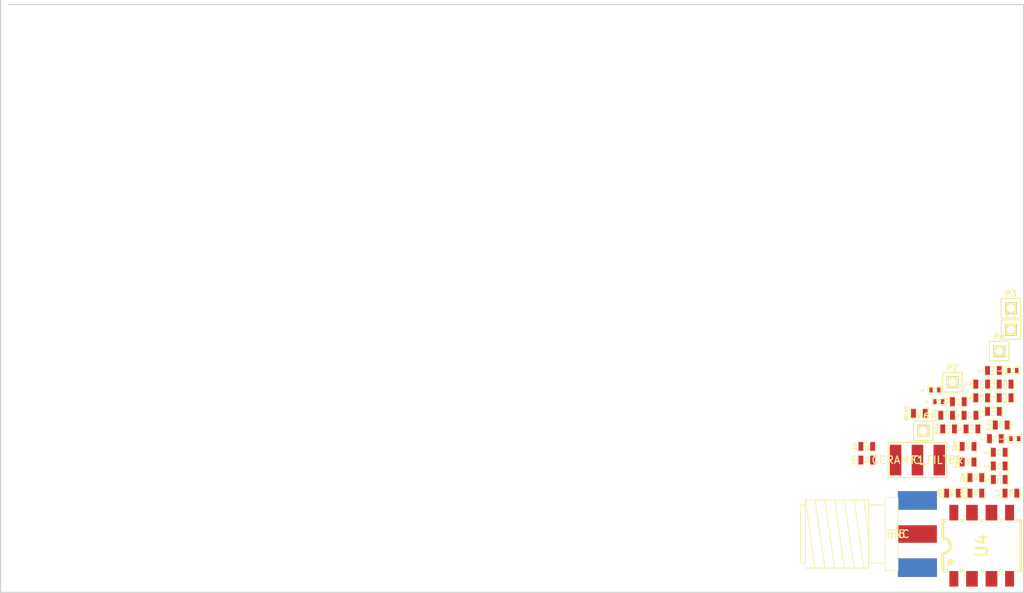
<source format=kicad_pcb>
(kicad_pcb (version 3) (host pcbnew "(2013-mar-25)-stable")

  (general
    (links 58)
    (no_connects 56)
    (area 141.732 91.694 275.336 169.164)
    (thickness 1.6)
    (drawings 4)
    (tracks 0)
    (zones 0)
    (modules 37)
    (nets 22)
  )

  (page A3)
  (layers
    (15 F.Cu signal)
    (0 B.Cu signal)
    (16 B.Adhes user)
    (17 F.Adhes user)
    (18 B.Paste user)
    (19 F.Paste user)
    (20 B.SilkS user)
    (21 F.SilkS user)
    (22 B.Mask user)
    (23 F.Mask user)
    (24 Dwgs.User user)
    (25 Cmts.User user)
    (26 Eco1.User user)
    (27 Eco2.User user)
    (28 Edge.Cuts user)
  )

  (setup
    (last_trace_width 0.254)
    (trace_clearance 0.254)
    (zone_clearance 0.508)
    (zone_45_only no)
    (trace_min 0.254)
    (segment_width 0.2)
    (edge_width 0.15)
    (via_size 0.889)
    (via_drill 0.635)
    (via_min_size 0.889)
    (via_min_drill 0.508)
    (uvia_size 0.508)
    (uvia_drill 0.127)
    (uvias_allowed no)
    (uvia_min_size 0.508)
    (uvia_min_drill 0.127)
    (pcb_text_width 0.3)
    (pcb_text_size 1 1)
    (mod_edge_width 0.15)
    (mod_text_size 1 1)
    (mod_text_width 0.15)
    (pad_size 1 1)
    (pad_drill 0.6)
    (pad_to_mask_clearance 0)
    (aux_axis_origin 0 0)
    (visible_elements FFFFF7BF)
    (pcbplotparams
      (layerselection 3178497)
      (usegerberextensions true)
      (excludeedgelayer true)
      (linewidth 152400)
      (plotframeref false)
      (viasonmask false)
      (mode 1)
      (useauxorigin false)
      (hpglpennumber 1)
      (hpglpenspeed 20)
      (hpglpendiameter 15)
      (hpglpenoverlay 2)
      (psnegative false)
      (psa4output false)
      (plotreference true)
      (plotvalue true)
      (plotothertext true)
      (plotinvisibletext false)
      (padsonsilk false)
      (subtractmaskfromsilk false)
      (outputformat 1)
      (mirror false)
      (drillshape 1)
      (scaleselection 1)
      (outputdirectory ""))
  )

  (net 0 "")
  (net 1 +5V)
  (net 2 -5V)
  (net 3 /GPOS)
  (net 4 /V+)
  (net 5 /V-)
  (net 6 /VNEG)
  (net 7 /VPOS)
  (net 8 /VPS)
  (net 9 GND)
  (net 10 N-000001)
  (net 11 N-0000010)
  (net 12 N-0000011)
  (net 13 N-0000013)
  (net 14 N-0000014)
  (net 15 N-0000015)
  (net 16 N-0000016)
  (net 17 N-0000020)
  (net 18 N-0000021)
  (net 19 N-000004)
  (net 20 N-000007)
  (net 21 N-000008)

  (net_class Default "This is the default net class."
    (clearance 0.254)
    (trace_width 0.254)
    (via_dia 0.889)
    (via_drill 0.635)
    (uvia_dia 0.508)
    (uvia_drill 0.127)
    (add_net "")
    (add_net +5V)
    (add_net -5V)
    (add_net /GPOS)
    (add_net /V+)
    (add_net /V-)
    (add_net /VNEG)
    (add_net /VPOS)
    (add_net /VPS)
    (add_net GND)
    (add_net N-000001)
    (add_net N-0000010)
    (add_net N-0000011)
    (add_net N-0000013)
    (add_net N-0000014)
    (add_net N-0000015)
    (add_net N-0000016)
    (add_net N-0000020)
    (add_net N-0000021)
    (add_net N-000004)
    (add_net N-000007)
    (add_net N-000008)
  )

  (module sma-edge-062   placed (layer F.Cu) (tedit 523E4E2D) (tstamp 5240EBDA)
    (at 258.826 161.544)
    (path /5212DB0C)
    (fp_text reference P5 (at 0 0) (layer F.SilkS)
      (effects (font (size 1 1) (thickness 0.15)))
    )
    (fp_text value BNC (at 0 0) (layer F.SilkS)
      (effects (font (size 1 1) (thickness 0.15)))
    )
    (fp_line (start -12.065 3.81) (end -12.065 -3.81) (layer F.SilkS) (width 0.1))
    (fp_line (start -3.81 -3.81) (end -3.81 3.81) (layer F.SilkS) (width 0.1))
    (fp_line (start -4.445 -4.445) (end -3.81 0.635) (layer F.SilkS) (width 0.1))
    (fp_line (start -3.81 3.81) (end -3.81 0.635) (layer F.SilkS) (width 0.1))
    (fp_line (start -5.715 -4.445) (end -4.445 4.445) (layer F.SilkS) (width 0.1))
    (fp_line (start -12.065 1.905) (end -12.065 3.81) (layer F.SilkS) (width 0.1))
    (fp_line (start -6.985 -4.445) (end -5.715 4.445) (layer F.SilkS) (width 0.1))
    (fp_line (start -8.255 -4.445) (end -6.985 4.445) (layer F.SilkS) (width 0.1))
    (fp_line (start -9.525 -4.445) (end -8.255 4.445) (layer F.SilkS) (width 0.1))
    (fp_line (start -10.795 -4.445) (end -9.525 4.445) (layer F.SilkS) (width 0.1))
    (fp_line (start -12.065 -4.445) (end -10.795 4.445) (layer F.SilkS) (width 0.1))
    (fp_line (start -1.905 -3.81) (end -3.81 -3.81) (layer F.SilkS) (width 0.1))
    (fp_line (start -3.81 -3.81) (end -3.81 -4.445) (layer F.SilkS) (width 0.1))
    (fp_line (start -3.81 -4.445) (end -12.065 -4.445) (layer F.SilkS) (width 0.1))
    (fp_line (start -12.065 -4.445) (end -12.065 -3.81) (layer F.SilkS) (width 0.1))
    (fp_line (start -12.065 -3.81) (end -12.7 -3.81) (layer F.SilkS) (width 0.1))
    (fp_line (start -12.7 -3.81) (end -12.7 3.81) (layer F.SilkS) (width 0.1))
    (fp_line (start -12.7 3.81) (end -12.065 3.81) (layer F.SilkS) (width 0.1))
    (fp_line (start -12.065 3.81) (end -12.065 4.445) (layer F.SilkS) (width 0.1))
    (fp_line (start -12.065 4.445) (end -3.81 4.445) (layer F.SilkS) (width 0.1))
    (fp_line (start -3.81 4.445) (end -3.81 3.81) (layer F.SilkS) (width 0.1))
    (fp_line (start -3.81 3.81) (end -1.905 3.81) (layer F.SilkS) (width 0.1))
    (fp_line (start -1.651 4.7625) (end 0 4.7625) (layer F.SilkS) (width 0.1))
    (fp_line (start -1.651 -4.7625) (end 0 -4.7625) (layer F.SilkS) (width 0.1))
    (fp_line (start -1.651 4.7625) (end -1.651 -4.7625) (layer F.SilkS) (width 0.1))
    (fp_line (start 0 -4.7625) (end 0 4.7625) (layer F.SilkS) (width 0.1))
    (pad 2 smd rect (at 2.54 4.3815) (size 5.08 2.413)
      (layers F.Cu F.Paste F.Mask)
      (net 9 GND)
    )
    (pad 2 smd rect (at 2.54 -4.3815) (size 5.08 2.413)
      (layers F.Cu F.Paste F.Mask)
      (net 9 GND)
    )
    (pad 1 smd rect (at 2.54 0) (size 5.08 2.286)
      (layers F.Cu F.Paste F.Mask)
      (net 19 N-000004)
    )
    (pad 2 smd rect (at 2.54 -4.3815) (size 5.08 2.413)
      (layers B.Cu F.Paste F.Mask)
      (net 9 GND)
    )
    (pad 2 smd rect (at 2.54 4.3815) (size 5.08 2.413)
      (layers B.Cu F.Paste F.Mask)
      (net 9 GND)
    )
  )

  (module SM0603_Resistor   placed (layer F.Cu) (tedit 5051B21B) (tstamp 5240EBE6)
    (at 265.938 156.21)
    (path /521421EA)
    (attr smd)
    (fp_text reference R2 (at 0.0635 -0.0635 90) (layer F.SilkS)
      (effects (font (size 0.50038 0.4572) (thickness 0.1143)))
    )
    (fp_text value 28k (at -1.69926 0 90) (layer F.SilkS)
      (effects (font (size 0.508 0.4572) (thickness 0.1143)))
    )
    (fp_line (start -0.50038 -0.6985) (end -1.2065 -0.6985) (layer F.SilkS) (width 0.127))
    (fp_line (start -1.2065 -0.6985) (end -1.2065 0.6985) (layer F.SilkS) (width 0.127))
    (fp_line (start -1.2065 0.6985) (end -0.50038 0.6985) (layer F.SilkS) (width 0.127))
    (fp_line (start 1.2065 -0.6985) (end 0.50038 -0.6985) (layer F.SilkS) (width 0.127))
    (fp_line (start 1.2065 -0.6985) (end 1.2065 0.6985) (layer F.SilkS) (width 0.127))
    (fp_line (start 1.2065 0.6985) (end 0.50038 0.6985) (layer F.SilkS) (width 0.127))
    (pad 1 smd rect (at -0.762 0) (size 0.635 1.143)
      (layers F.Cu F.Paste F.Mask)
      (net 9 GND)
    )
    (pad 2 smd rect (at 0.762 0) (size 0.635 1.143)
      (layers F.Cu F.Paste F.Mask)
      (net 3 /GPOS)
    )
    (model smd\resistors\R0603.wrl
      (at (xyz 0 0 0.001))
      (scale (xyz 0.5 0.5 0.5))
      (rotate (xyz 0 0 0))
    )
  )

  (module SM0603_Resistor   placed (layer F.Cu) (tedit 5051B21B) (tstamp 5240EBF2)
    (at 267.97 152.146)
    (path /521421F7)
    (attr smd)
    (fp_text reference R1 (at 0.0635 -0.0635 90) (layer F.SilkS)
      (effects (font (size 0.50038 0.4572) (thickness 0.1143)))
    )
    (fp_text value 187k (at -1.69926 0 90) (layer F.SilkS)
      (effects (font (size 0.508 0.4572) (thickness 0.1143)))
    )
    (fp_line (start -0.50038 -0.6985) (end -1.2065 -0.6985) (layer F.SilkS) (width 0.127))
    (fp_line (start -1.2065 -0.6985) (end -1.2065 0.6985) (layer F.SilkS) (width 0.127))
    (fp_line (start -1.2065 0.6985) (end -0.50038 0.6985) (layer F.SilkS) (width 0.127))
    (fp_line (start 1.2065 -0.6985) (end 0.50038 -0.6985) (layer F.SilkS) (width 0.127))
    (fp_line (start 1.2065 -0.6985) (end 1.2065 0.6985) (layer F.SilkS) (width 0.127))
    (fp_line (start 1.2065 0.6985) (end 0.50038 0.6985) (layer F.SilkS) (width 0.127))
    (pad 1 smd rect (at -0.762 0) (size 0.635 1.143)
      (layers F.Cu F.Paste F.Mask)
      (net 3 /GPOS)
    )
    (pad 2 smd rect (at 0.762 0) (size 0.635 1.143)
      (layers F.Cu F.Paste F.Mask)
      (net 11 N-0000010)
    )
    (model smd\resistors\R0603.wrl
      (at (xyz 0 0 0.001))
      (scale (xyz 0.5 0.5 0.5))
      (rotate (xyz 0 0 0))
    )
  )

  (module SM0603_Resistor   placed (layer F.Cu) (tedit 5051B21B) (tstamp 5240EBFE)
    (at 267.97 150.114)
    (path /521421FD)
    (attr smd)
    (fp_text reference R3 (at 0.0635 -0.0635 90) (layer F.SilkS)
      (effects (font (size 0.50038 0.4572) (thickness 0.1143)))
    )
    (fp_text value 330 (at -1.69926 0 90) (layer F.SilkS)
      (effects (font (size 0.508 0.4572) (thickness 0.1143)))
    )
    (fp_line (start -0.50038 -0.6985) (end -1.2065 -0.6985) (layer F.SilkS) (width 0.127))
    (fp_line (start -1.2065 -0.6985) (end -1.2065 0.6985) (layer F.SilkS) (width 0.127))
    (fp_line (start -1.2065 0.6985) (end -0.50038 0.6985) (layer F.SilkS) (width 0.127))
    (fp_line (start 1.2065 -0.6985) (end 0.50038 -0.6985) (layer F.SilkS) (width 0.127))
    (fp_line (start 1.2065 -0.6985) (end 1.2065 0.6985) (layer F.SilkS) (width 0.127))
    (fp_line (start 1.2065 0.6985) (end 0.50038 0.6985) (layer F.SilkS) (width 0.127))
    (pad 1 smd rect (at -0.762 0) (size 0.635 1.143)
      (layers F.Cu F.Paste F.Mask)
      (net 20 N-000007)
    )
    (pad 2 smd rect (at 0.762 0) (size 0.635 1.143)
      (layers F.Cu F.Paste F.Mask)
      (net 10 N-000001)
    )
    (model smd\resistors\R0603.wrl
      (at (xyz 0 0 0.001))
      (scale (xyz 0.5 0.5 0.5))
      (rotate (xyz 0 0 0))
    )
  )

  (module SM0603_Resistor   placed (layer F.Cu) (tedit 5051B21B) (tstamp 5240EC0A)
    (at 254.762 151.892)
    (path /52142203)
    (attr smd)
    (fp_text reference R4 (at 0.0635 -0.0635 90) (layer F.SilkS)
      (effects (font (size 0.50038 0.4572) (thickness 0.1143)))
    )
    (fp_text value 464 (at -1.69926 0 90) (layer F.SilkS)
      (effects (font (size 0.508 0.4572) (thickness 0.1143)))
    )
    (fp_line (start -0.50038 -0.6985) (end -1.2065 -0.6985) (layer F.SilkS) (width 0.127))
    (fp_line (start -1.2065 -0.6985) (end -1.2065 0.6985) (layer F.SilkS) (width 0.127))
    (fp_line (start -1.2065 0.6985) (end -0.50038 0.6985) (layer F.SilkS) (width 0.127))
    (fp_line (start 1.2065 -0.6985) (end 0.50038 -0.6985) (layer F.SilkS) (width 0.127))
    (fp_line (start 1.2065 -0.6985) (end 1.2065 0.6985) (layer F.SilkS) (width 0.127))
    (fp_line (start 1.2065 0.6985) (end 0.50038 0.6985) (layer F.SilkS) (width 0.127))
    (pad 1 smd rect (at -0.762 0) (size 0.635 1.143)
      (layers F.Cu F.Paste F.Mask)
      (net 14 N-0000014)
    )
    (pad 2 smd rect (at 0.762 0) (size 0.635 1.143)
      (layers F.Cu F.Paste F.Mask)
      (net 15 N-0000015)
    )
    (model smd\resistors\R0603.wrl
      (at (xyz 0 0 0.001))
      (scale (xyz 0.5 0.5 0.5))
      (rotate (xyz 0 0 0))
    )
  )

  (module SM0603_Resistor   placed (layer F.Cu) (tedit 5051B21B) (tstamp 5240EC16)
    (at 273.558 156.21)
    (path /52142209)
    (attr smd)
    (fp_text reference R8 (at 0.0635 -0.0635 90) (layer F.SilkS)
      (effects (font (size 0.50038 0.4572) (thickness 0.1143)))
    )
    (fp_text value 4.7 (at -1.69926 0 90) (layer F.SilkS)
      (effects (font (size 0.508 0.4572) (thickness 0.1143)))
    )
    (fp_line (start -0.50038 -0.6985) (end -1.2065 -0.6985) (layer F.SilkS) (width 0.127))
    (fp_line (start -1.2065 -0.6985) (end -1.2065 0.6985) (layer F.SilkS) (width 0.127))
    (fp_line (start -1.2065 0.6985) (end -0.50038 0.6985) (layer F.SilkS) (width 0.127))
    (fp_line (start 1.2065 -0.6985) (end 0.50038 -0.6985) (layer F.SilkS) (width 0.127))
    (fp_line (start 1.2065 -0.6985) (end 1.2065 0.6985) (layer F.SilkS) (width 0.127))
    (fp_line (start 1.2065 0.6985) (end 0.50038 0.6985) (layer F.SilkS) (width 0.127))
    (pad 1 smd rect (at -0.762 0) (size 0.635 1.143)
      (layers F.Cu F.Paste F.Mask)
      (net 8 /VPS)
    )
    (pad 2 smd rect (at 0.762 0) (size 0.635 1.143)
      (layers F.Cu F.Paste F.Mask)
      (net 12 N-0000011)
    )
    (model smd\resistors\R0603.wrl
      (at (xyz 0 0 0.001))
      (scale (xyz 0.5 0.5 0.5))
      (rotate (xyz 0 0 0))
    )
  )

  (module SM0603_Resistor   placed (layer F.Cu) (tedit 5051B21B) (tstamp 5240EC22)
    (at 261.62 145.796)
    (path /5214240B)
    (attr smd)
    (fp_text reference R7 (at 0.0635 -0.0635 90) (layer F.SilkS)
      (effects (font (size 0.50038 0.4572) (thickness 0.1143)))
    )
    (fp_text value 80.6k (at -1.69926 0 90) (layer F.SilkS)
      (effects (font (size 0.508 0.4572) (thickness 0.1143)))
    )
    (fp_line (start -0.50038 -0.6985) (end -1.2065 -0.6985) (layer F.SilkS) (width 0.127))
    (fp_line (start -1.2065 -0.6985) (end -1.2065 0.6985) (layer F.SilkS) (width 0.127))
    (fp_line (start -1.2065 0.6985) (end -0.50038 0.6985) (layer F.SilkS) (width 0.127))
    (fp_line (start 1.2065 -0.6985) (end 0.50038 -0.6985) (layer F.SilkS) (width 0.127))
    (fp_line (start 1.2065 -0.6985) (end 1.2065 0.6985) (layer F.SilkS) (width 0.127))
    (fp_line (start 1.2065 0.6985) (end 0.50038 0.6985) (layer F.SilkS) (width 0.127))
    (pad 1 smd rect (at -0.762 0) (size 0.635 1.143)
      (layers F.Cu F.Paste F.Mask)
      (net 17 N-0000020)
    )
    (pad 2 smd rect (at 0.762 0) (size 0.635 1.143)
      (layers F.Cu F.Paste F.Mask)
      (net 13 N-0000013)
    )
    (model smd\resistors\R0603.wrl
      (at (xyz 0 0 0.001))
      (scale (xyz 0.5 0.5 0.5))
      (rotate (xyz 0 0 0))
    )
  )

  (module SM0603_Resistor   placed (layer F.Cu) (tedit 5051B21B) (tstamp 5240EC2E)
    (at 268.986 154.178)
    (path /5214241D)
    (attr smd)
    (fp_text reference R6 (at 0.0635 -0.0635 90) (layer F.SilkS)
      (effects (font (size 0.50038 0.4572) (thickness 0.1143)))
    )
    (fp_text value 20k (at -1.69926 0 90) (layer F.SilkS)
      (effects (font (size 0.508 0.4572) (thickness 0.1143)))
    )
    (fp_line (start -0.50038 -0.6985) (end -1.2065 -0.6985) (layer F.SilkS) (width 0.127))
    (fp_line (start -1.2065 -0.6985) (end -1.2065 0.6985) (layer F.SilkS) (width 0.127))
    (fp_line (start -1.2065 0.6985) (end -0.50038 0.6985) (layer F.SilkS) (width 0.127))
    (fp_line (start 1.2065 -0.6985) (end 0.50038 -0.6985) (layer F.SilkS) (width 0.127))
    (fp_line (start 1.2065 -0.6985) (end 1.2065 0.6985) (layer F.SilkS) (width 0.127))
    (fp_line (start 1.2065 0.6985) (end 0.50038 0.6985) (layer F.SilkS) (width 0.127))
    (pad 1 smd rect (at -0.762 0) (size 0.635 1.143)
      (layers F.Cu F.Paste F.Mask)
      (net 17 N-0000020)
    )
    (pad 2 smd rect (at 0.762 0) (size 0.635 1.143)
      (layers F.Cu F.Paste F.Mask)
      (net 16 N-0000016)
    )
    (model smd\resistors\R0603.wrl
      (at (xyz 0 0 0.001))
      (scale (xyz 0.5 0.5 0.5))
      (rotate (xyz 0 0 0))
    )
  )

  (module SM0603_Resistor   placed (layer F.Cu) (tedit 5051B21B) (tstamp 5240EC3A)
    (at 268.986 156.21)
    (path /5214271F)
    (attr smd)
    (fp_text reference R5 (at 0.0635 -0.0635 90) (layer F.SilkS)
      (effects (font (size 0.50038 0.4572) (thickness 0.1143)))
    )
    (fp_text value 100k (at -1.69926 0 90) (layer F.SilkS)
      (effects (font (size 0.508 0.4572) (thickness 0.1143)))
    )
    (fp_line (start -0.50038 -0.6985) (end -1.2065 -0.6985) (layer F.SilkS) (width 0.127))
    (fp_line (start -1.2065 -0.6985) (end -1.2065 0.6985) (layer F.SilkS) (width 0.127))
    (fp_line (start -1.2065 0.6985) (end -0.50038 0.6985) (layer F.SilkS) (width 0.127))
    (fp_line (start 1.2065 -0.6985) (end 0.50038 -0.6985) (layer F.SilkS) (width 0.127))
    (fp_line (start 1.2065 -0.6985) (end 1.2065 0.6985) (layer F.SilkS) (width 0.127))
    (fp_line (start 1.2065 0.6985) (end 0.50038 0.6985) (layer F.SilkS) (width 0.127))
    (pad 1 smd rect (at -0.762 0) (size 0.635 1.143)
      (layers F.Cu F.Paste F.Mask)
      (net 9 GND)
    )
    (pad 2 smd rect (at 0.762 0) (size 0.635 1.143)
      (layers F.Cu F.Paste F.Mask)
      (net 16 N-0000016)
    )
    (model smd\resistors\R0603.wrl
      (at (xyz 0 0 0.001))
      (scale (xyz 0.5 0.5 0.5))
      (rotate (xyz 0 0 0))
    )
  )

  (module SM0603_Capa   placed (layer F.Cu) (tedit 5051B1EC) (tstamp 5240EC46)
    (at 269.748 141.986)
    (path /5224D363)
    (attr smd)
    (fp_text reference C15 (at 0 0 90) (layer F.SilkS)
      (effects (font (size 0.508 0.4572) (thickness 0.1143)))
    )
    (fp_text value C (at -1.651 0 90) (layer F.SilkS)
      (effects (font (size 0.508 0.4572) (thickness 0.1143)))
    )
    (fp_line (start 0.50038 0.65024) (end 1.19888 0.65024) (layer F.SilkS) (width 0.11938))
    (fp_line (start -0.50038 0.65024) (end -1.19888 0.65024) (layer F.SilkS) (width 0.11938))
    (fp_line (start 0.50038 -0.65024) (end 1.19888 -0.65024) (layer F.SilkS) (width 0.11938))
    (fp_line (start -1.19888 -0.65024) (end -0.50038 -0.65024) (layer F.SilkS) (width 0.11938))
    (fp_line (start 1.19888 -0.635) (end 1.19888 0.635) (layer F.SilkS) (width 0.11938))
    (fp_line (start -1.19888 0.635) (end -1.19888 -0.635) (layer F.SilkS) (width 0.11938))
    (pad 1 smd rect (at -0.762 0) (size 0.635 1.143)
      (layers F.Cu F.Paste F.Mask)
      (net 21 N-000008)
    )
    (pad 2 smd rect (at 0.762 0) (size 0.635 1.143)
      (layers F.Cu F.Paste F.Mask)
      (net 9 GND)
    )
    (model smd\capacitors\C0603.wrl
      (at (xyz 0 0 0.001))
      (scale (xyz 0.5 0.5 0.5))
      (rotate (xyz 0 0 0))
    )
  )

  (module SM0603_Capa   placed (layer F.Cu) (tedit 5051B1EC) (tstamp 5240EC52)
    (at 272.288 147.32)
    (path /522E6C59)
    (attr smd)
    (fp_text reference C5 (at 0 0 90) (layer F.SilkS)
      (effects (font (size 0.508 0.4572) (thickness 0.1143)))
    )
    (fp_text value 0.1u (at -1.651 0 90) (layer F.SilkS)
      (effects (font (size 0.508 0.4572) (thickness 0.1143)))
    )
    (fp_line (start 0.50038 0.65024) (end 1.19888 0.65024) (layer F.SilkS) (width 0.11938))
    (fp_line (start -0.50038 0.65024) (end -1.19888 0.65024) (layer F.SilkS) (width 0.11938))
    (fp_line (start 0.50038 -0.65024) (end 1.19888 -0.65024) (layer F.SilkS) (width 0.11938))
    (fp_line (start -1.19888 -0.65024) (end -0.50038 -0.65024) (layer F.SilkS) (width 0.11938))
    (fp_line (start 1.19888 -0.635) (end 1.19888 0.635) (layer F.SilkS) (width 0.11938))
    (fp_line (start -1.19888 0.635) (end -1.19888 -0.635) (layer F.SilkS) (width 0.11938))
    (pad 1 smd rect (at -0.762 0) (size 0.635 1.143)
      (layers F.Cu F.Paste F.Mask)
      (net 9 GND)
    )
    (pad 2 smd rect (at 0.762 0) (size 0.635 1.143)
      (layers F.Cu F.Paste F.Mask)
      (net 2 -5V)
    )
    (model smd\capacitors\C0603.wrl
      (at (xyz 0 0 0.001))
      (scale (xyz 0.5 0.5 0.5))
      (rotate (xyz 0 0 0))
    )
  )

  (module SM0603_Capa   placed (layer F.Cu) (tedit 5051B1EC) (tstamp 5240EC5E)
    (at 271.526 149.098)
    (path /523A5F48)
    (attr smd)
    (fp_text reference C9 (at 0 0 90) (layer F.SilkS)
      (effects (font (size 0.508 0.4572) (thickness 0.1143)))
    )
    (fp_text value C (at -1.651 0 90) (layer F.SilkS)
      (effects (font (size 0.508 0.4572) (thickness 0.1143)))
    )
    (fp_line (start 0.50038 0.65024) (end 1.19888 0.65024) (layer F.SilkS) (width 0.11938))
    (fp_line (start -0.50038 0.65024) (end -1.19888 0.65024) (layer F.SilkS) (width 0.11938))
    (fp_line (start 0.50038 -0.65024) (end 1.19888 -0.65024) (layer F.SilkS) (width 0.11938))
    (fp_line (start -1.19888 -0.65024) (end -0.50038 -0.65024) (layer F.SilkS) (width 0.11938))
    (fp_line (start 1.19888 -0.635) (end 1.19888 0.635) (layer F.SilkS) (width 0.11938))
    (fp_line (start -1.19888 0.635) (end -1.19888 -0.635) (layer F.SilkS) (width 0.11938))
    (pad 1 smd rect (at -0.762 0) (size 0.635 1.143)
      (layers F.Cu F.Paste F.Mask)
      (net 16 N-0000016)
    )
    (pad 2 smd rect (at 0.762 0) (size 0.635 1.143)
      (layers F.Cu F.Paste F.Mask)
      (net 9 GND)
    )
    (model smd\capacitors\C0603.wrl
      (at (xyz 0 0 0.001))
      (scale (xyz 0.5 0.5 0.5))
      (rotate (xyz 0 0 0))
    )
  )

  (module SM0603_Capa   placed (layer F.Cu) (tedit 5051B1EC) (tstamp 5240EC6A)
    (at 272.034 150.876)
    (path /52325A8C)
    (attr smd)
    (fp_text reference C3 (at 0 0 90) (layer F.SilkS)
      (effects (font (size 0.508 0.4572) (thickness 0.1143)))
    )
    (fp_text value C (at -1.651 0 90) (layer F.SilkS)
      (effects (font (size 0.508 0.4572) (thickness 0.1143)))
    )
    (fp_line (start 0.50038 0.65024) (end 1.19888 0.65024) (layer F.SilkS) (width 0.11938))
    (fp_line (start -0.50038 0.65024) (end -1.19888 0.65024) (layer F.SilkS) (width 0.11938))
    (fp_line (start 0.50038 -0.65024) (end 1.19888 -0.65024) (layer F.SilkS) (width 0.11938))
    (fp_line (start -1.19888 -0.65024) (end -0.50038 -0.65024) (layer F.SilkS) (width 0.11938))
    (fp_line (start 1.19888 -0.635) (end 1.19888 0.635) (layer F.SilkS) (width 0.11938))
    (fp_line (start -1.19888 0.635) (end -1.19888 -0.635) (layer F.SilkS) (width 0.11938))
    (pad 1 smd rect (at -0.762 0) (size 0.635 1.143)
      (layers F.Cu F.Paste F.Mask)
      (net 1 +5V)
    )
    (pad 2 smd rect (at 0.762 0) (size 0.635 1.143)
      (layers F.Cu F.Paste F.Mask)
      (net 9 GND)
    )
    (model smd\capacitors\C0603.wrl
      (at (xyz 0 0 0.001))
      (scale (xyz 0.5 0.5 0.5))
      (rotate (xyz 0 0 0))
    )
  )

  (module SM0603_Capa   placed (layer F.Cu) (tedit 5051B1EC) (tstamp 5240EC76)
    (at 272.034 152.654)
    (path /52325AC8)
    (attr smd)
    (fp_text reference C6 (at 0 0 90) (layer F.SilkS)
      (effects (font (size 0.508 0.4572) (thickness 0.1143)))
    )
    (fp_text value C (at -1.651 0 90) (layer F.SilkS)
      (effects (font (size 0.508 0.4572) (thickness 0.1143)))
    )
    (fp_line (start 0.50038 0.65024) (end 1.19888 0.65024) (layer F.SilkS) (width 0.11938))
    (fp_line (start -0.50038 0.65024) (end -1.19888 0.65024) (layer F.SilkS) (width 0.11938))
    (fp_line (start 0.50038 -0.65024) (end 1.19888 -0.65024) (layer F.SilkS) (width 0.11938))
    (fp_line (start -1.19888 -0.65024) (end -0.50038 -0.65024) (layer F.SilkS) (width 0.11938))
    (fp_line (start 1.19888 -0.635) (end 1.19888 0.635) (layer F.SilkS) (width 0.11938))
    (fp_line (start -1.19888 0.635) (end -1.19888 -0.635) (layer F.SilkS) (width 0.11938))
    (pad 1 smd rect (at -0.762 0) (size 0.635 1.143)
      (layers F.Cu F.Paste F.Mask)
      (net 2 -5V)
    )
    (pad 2 smd rect (at 0.762 0) (size 0.635 1.143)
      (layers F.Cu F.Paste F.Mask)
      (net 9 GND)
    )
    (model smd\capacitors\C0603.wrl
      (at (xyz 0 0 0.001))
      (scale (xyz 0.5 0.5 0.5))
      (rotate (xyz 0 0 0))
    )
  )

  (module SM0603_Capa   placed (layer F.Cu) (tedit 5051B1EC) (tstamp 5240EC82)
    (at 272.034 154.432)
    (path /52326254)
    (attr smd)
    (fp_text reference C13 (at 0 0 90) (layer F.SilkS)
      (effects (font (size 0.508 0.4572) (thickness 0.1143)))
    )
    (fp_text value C (at -1.651 0 90) (layer F.SilkS)
      (effects (font (size 0.508 0.4572) (thickness 0.1143)))
    )
    (fp_line (start 0.50038 0.65024) (end 1.19888 0.65024) (layer F.SilkS) (width 0.11938))
    (fp_line (start -0.50038 0.65024) (end -1.19888 0.65024) (layer F.SilkS) (width 0.11938))
    (fp_line (start 0.50038 -0.65024) (end 1.19888 -0.65024) (layer F.SilkS) (width 0.11938))
    (fp_line (start -1.19888 -0.65024) (end -0.50038 -0.65024) (layer F.SilkS) (width 0.11938))
    (fp_line (start 1.19888 -0.635) (end 1.19888 0.635) (layer F.SilkS) (width 0.11938))
    (fp_line (start -1.19888 0.635) (end -1.19888 -0.635) (layer F.SilkS) (width 0.11938))
    (pad 1 smd rect (at -0.762 0) (size 0.635 1.143)
      (layers F.Cu F.Paste F.Mask)
      (net 6 /VNEG)
    )
    (pad 2 smd rect (at 0.762 0) (size 0.635 1.143)
      (layers F.Cu F.Paste F.Mask)
      (net 9 GND)
    )
    (model smd\capacitors\C0603.wrl
      (at (xyz 0 0 0.001))
      (scale (xyz 0.5 0.5 0.5))
      (rotate (xyz 0 0 0))
    )
  )

  (module SM0603_Capa   placed (layer F.Cu) (tedit 5051B1EC) (tstamp 5240EC8E)
    (at 268.478 147.828)
    (path /523262F9)
    (attr smd)
    (fp_text reference C12 (at 0 0 90) (layer F.SilkS)
      (effects (font (size 0.508 0.4572) (thickness 0.1143)))
    )
    (fp_text value C (at -1.651 0 90) (layer F.SilkS)
      (effects (font (size 0.508 0.4572) (thickness 0.1143)))
    )
    (fp_line (start 0.50038 0.65024) (end 1.19888 0.65024) (layer F.SilkS) (width 0.11938))
    (fp_line (start -0.50038 0.65024) (end -1.19888 0.65024) (layer F.SilkS) (width 0.11938))
    (fp_line (start 0.50038 -0.65024) (end 1.19888 -0.65024) (layer F.SilkS) (width 0.11938))
    (fp_line (start -1.19888 -0.65024) (end -0.50038 -0.65024) (layer F.SilkS) (width 0.11938))
    (fp_line (start 1.19888 -0.635) (end 1.19888 0.635) (layer F.SilkS) (width 0.11938))
    (fp_line (start -1.19888 0.635) (end -1.19888 -0.635) (layer F.SilkS) (width 0.11938))
    (pad 1 smd rect (at -0.762 0) (size 0.635 1.143)
      (layers F.Cu F.Paste F.Mask)
      (net 7 /VPOS)
    )
    (pad 2 smd rect (at 0.762 0) (size 0.635 1.143)
      (layers F.Cu F.Paste F.Mask)
      (net 9 GND)
    )
    (model smd\capacitors\C0603.wrl
      (at (xyz 0 0 0.001))
      (scale (xyz 0.5 0.5 0.5))
      (rotate (xyz 0 0 0))
    )
  )

  (module SM0603_Capa   placed (layer F.Cu) (tedit 5051B1EC) (tstamp 5240EC9A)
    (at 272.796 143.764)
    (path /5232683C)
    (attr smd)
    (fp_text reference C19 (at 0 0 90) (layer F.SilkS)
      (effects (font (size 0.508 0.4572) (thickness 0.1143)))
    )
    (fp_text value C (at -1.651 0 90) (layer F.SilkS)
      (effects (font (size 0.508 0.4572) (thickness 0.1143)))
    )
    (fp_line (start 0.50038 0.65024) (end 1.19888 0.65024) (layer F.SilkS) (width 0.11938))
    (fp_line (start -0.50038 0.65024) (end -1.19888 0.65024) (layer F.SilkS) (width 0.11938))
    (fp_line (start 0.50038 -0.65024) (end 1.19888 -0.65024) (layer F.SilkS) (width 0.11938))
    (fp_line (start -1.19888 -0.65024) (end -0.50038 -0.65024) (layer F.SilkS) (width 0.11938))
    (fp_line (start 1.19888 -0.635) (end 1.19888 0.635) (layer F.SilkS) (width 0.11938))
    (fp_line (start -1.19888 0.635) (end -1.19888 -0.635) (layer F.SilkS) (width 0.11938))
    (pad 1 smd rect (at -0.762 0) (size 0.635 1.143)
      (layers F.Cu F.Paste F.Mask)
      (net 9 GND)
    )
    (pad 2 smd rect (at 0.762 0) (size 0.635 1.143)
      (layers F.Cu F.Paste F.Mask)
      (net 8 /VPS)
    )
    (model smd\capacitors\C0603.wrl
      (at (xyz 0 0 0.001))
      (scale (xyz 0.5 0.5 0.5))
      (rotate (xyz 0 0 0))
    )
  )

  (module SM0603_Capa   placed (layer F.Cu) (tedit 5051B1EC) (tstamp 5240ECA6)
    (at 268.224 146.05)
    (path /5224CAFF)
    (attr smd)
    (fp_text reference C7 (at 0 0 90) (layer F.SilkS)
      (effects (font (size 0.508 0.4572) (thickness 0.1143)))
    )
    (fp_text value C (at -1.651 0 90) (layer F.SilkS)
      (effects (font (size 0.508 0.4572) (thickness 0.1143)))
    )
    (fp_line (start 0.50038 0.65024) (end 1.19888 0.65024) (layer F.SilkS) (width 0.11938))
    (fp_line (start -0.50038 0.65024) (end -1.19888 0.65024) (layer F.SilkS) (width 0.11938))
    (fp_line (start 0.50038 -0.65024) (end 1.19888 -0.65024) (layer F.SilkS) (width 0.11938))
    (fp_line (start -1.19888 -0.65024) (end -0.50038 -0.65024) (layer F.SilkS) (width 0.11938))
    (fp_line (start 1.19888 -0.635) (end 1.19888 0.635) (layer F.SilkS) (width 0.11938))
    (fp_line (start -1.19888 0.635) (end -1.19888 -0.635) (layer F.SilkS) (width 0.11938))
    (pad 1 smd rect (at -0.762 0) (size 0.635 1.143)
      (layers F.Cu F.Paste F.Mask)
      (net 3 /GPOS)
    )
    (pad 2 smd rect (at 0.762 0) (size 0.635 1.143)
      (layers F.Cu F.Paste F.Mask)
      (net 9 GND)
    )
    (model smd\capacitors\C0603.wrl
      (at (xyz 0 0 0.001))
      (scale (xyz 0.5 0.5 0.5))
      (rotate (xyz 0 0 0))
    )
  )

  (module SM0603_Capa   placed (layer F.Cu) (tedit 5051B1EC) (tstamp 5240ECB2)
    (at 271.272 140.208)
    (path /5224D219)
    (attr smd)
    (fp_text reference C14 (at 0 0 90) (layer F.SilkS)
      (effects (font (size 0.508 0.4572) (thickness 0.1143)))
    )
    (fp_text value C (at -1.651 0 90) (layer F.SilkS)
      (effects (font (size 0.508 0.4572) (thickness 0.1143)))
    )
    (fp_line (start 0.50038 0.65024) (end 1.19888 0.65024) (layer F.SilkS) (width 0.11938))
    (fp_line (start -0.50038 0.65024) (end -1.19888 0.65024) (layer F.SilkS) (width 0.11938))
    (fp_line (start 0.50038 -0.65024) (end 1.19888 -0.65024) (layer F.SilkS) (width 0.11938))
    (fp_line (start -1.19888 -0.65024) (end -0.50038 -0.65024) (layer F.SilkS) (width 0.11938))
    (fp_line (start 1.19888 -0.635) (end 1.19888 0.635) (layer F.SilkS) (width 0.11938))
    (fp_line (start -1.19888 0.635) (end -1.19888 -0.635) (layer F.SilkS) (width 0.11938))
    (pad 1 smd rect (at -0.762 0) (size 0.635 1.143)
      (layers F.Cu F.Paste F.Mask)
      (net 6 /VNEG)
    )
    (pad 2 smd rect (at 0.762 0) (size 0.635 1.143)
      (layers F.Cu F.Paste F.Mask)
      (net 9 GND)
    )
    (model smd\capacitors\C0603.wrl
      (at (xyz 0 0 0.001))
      (scale (xyz 0.5 0.5 0.5))
      (rotate (xyz 0 0 0))
    )
  )

  (module SM0603_Capa   placed (layer F.Cu) (tedit 5051B1EC) (tstamp 5240ECBE)
    (at 271.272 145.542)
    (path /523A5D90)
    (attr smd)
    (fp_text reference C16 (at 0 0 90) (layer F.SilkS)
      (effects (font (size 0.508 0.4572) (thickness 0.1143)))
    )
    (fp_text value C (at -1.651 0 90) (layer F.SilkS)
      (effects (font (size 0.508 0.4572) (thickness 0.1143)))
    )
    (fp_line (start 0.50038 0.65024) (end 1.19888 0.65024) (layer F.SilkS) (width 0.11938))
    (fp_line (start -0.50038 0.65024) (end -1.19888 0.65024) (layer F.SilkS) (width 0.11938))
    (fp_line (start 0.50038 -0.65024) (end 1.19888 -0.65024) (layer F.SilkS) (width 0.11938))
    (fp_line (start -1.19888 -0.65024) (end -0.50038 -0.65024) (layer F.SilkS) (width 0.11938))
    (fp_line (start 1.19888 -0.635) (end 1.19888 0.635) (layer F.SilkS) (width 0.11938))
    (fp_line (start -1.19888 0.635) (end -1.19888 -0.635) (layer F.SilkS) (width 0.11938))
    (pad 1 smd rect (at -0.762 0) (size 0.635 1.143)
      (layers F.Cu F.Paste F.Mask)
      (net 21 N-000008)
    )
    (pad 2 smd rect (at 0.762 0) (size 0.635 1.143)
      (layers F.Cu F.Paste F.Mask)
      (net 9 GND)
    )
    (model smd\capacitors\C0603.wrl
      (at (xyz 0 0 0.001))
      (scale (xyz 0.5 0.5 0.5))
      (rotate (xyz 0 0 0))
    )
  )

  (module SM0603_Capa   placed (layer F.Cu) (tedit 5051B1EC) (tstamp 5240ECCA)
    (at 269.748 143.764)
    (path /5224D0D5)
    (attr smd)
    (fp_text reference C8 (at 0 0 90) (layer F.SilkS)
      (effects (font (size 0.508 0.4572) (thickness 0.1143)))
    )
    (fp_text value C (at -1.651 0 90) (layer F.SilkS)
      (effects (font (size 0.508 0.4572) (thickness 0.1143)))
    )
    (fp_line (start 0.50038 0.65024) (end 1.19888 0.65024) (layer F.SilkS) (width 0.11938))
    (fp_line (start -0.50038 0.65024) (end -1.19888 0.65024) (layer F.SilkS) (width 0.11938))
    (fp_line (start 0.50038 -0.65024) (end 1.19888 -0.65024) (layer F.SilkS) (width 0.11938))
    (fp_line (start -1.19888 -0.65024) (end -0.50038 -0.65024) (layer F.SilkS) (width 0.11938))
    (fp_line (start 1.19888 -0.635) (end 1.19888 0.635) (layer F.SilkS) (width 0.11938))
    (fp_line (start -1.19888 0.635) (end -1.19888 -0.635) (layer F.SilkS) (width 0.11938))
    (pad 1 smd rect (at -0.762 0) (size 0.635 1.143)
      (layers F.Cu F.Paste F.Mask)
      (net 16 N-0000016)
    )
    (pad 2 smd rect (at 0.762 0) (size 0.635 1.143)
      (layers F.Cu F.Paste F.Mask)
      (net 9 GND)
    )
    (model smd\capacitors\C0603.wrl
      (at (xyz 0 0 0.001))
      (scale (xyz 0.5 0.5 0.5))
      (rotate (xyz 0 0 0))
    )
  )

  (module SM0603_Capa   placed (layer F.Cu) (tedit 5051B1EC) (tstamp 5240ECD6)
    (at 265.43 147.828)
    (path /5224CF97)
    (attr smd)
    (fp_text reference C11 (at 0 0 90) (layer F.SilkS)
      (effects (font (size 0.508 0.4572) (thickness 0.1143)))
    )
    (fp_text value 0.1u (at -1.651 0 90) (layer F.SilkS)
      (effects (font (size 0.508 0.4572) (thickness 0.1143)))
    )
    (fp_line (start 0.50038 0.65024) (end 1.19888 0.65024) (layer F.SilkS) (width 0.11938))
    (fp_line (start -0.50038 0.65024) (end -1.19888 0.65024) (layer F.SilkS) (width 0.11938))
    (fp_line (start 0.50038 -0.65024) (end 1.19888 -0.65024) (layer F.SilkS) (width 0.11938))
    (fp_line (start -1.19888 -0.65024) (end -0.50038 -0.65024) (layer F.SilkS) (width 0.11938))
    (fp_line (start 1.19888 -0.635) (end 1.19888 0.635) (layer F.SilkS) (width 0.11938))
    (fp_line (start -1.19888 0.635) (end -1.19888 -0.635) (layer F.SilkS) (width 0.11938))
    (pad 1 smd rect (at -0.762 0) (size 0.635 1.143)
      (layers F.Cu F.Paste F.Mask)
      (net 7 /VPOS)
    )
    (pad 2 smd rect (at 0.762 0) (size 0.635 1.143)
      (layers F.Cu F.Paste F.Mask)
      (net 9 GND)
    )
    (model smd\capacitors\C0603.wrl
      (at (xyz 0 0 0.001))
      (scale (xyz 0.5 0.5 0.5))
      (rotate (xyz 0 0 0))
    )
  )

  (module SM0603_Capa   placed (layer F.Cu) (tedit 5051B1EC) (tstamp 5240ECE2)
    (at 265.176 146.05)
    (path /5212DB59)
    (attr smd)
    (fp_text reference C10 (at 0 0 90) (layer F.SilkS)
      (effects (font (size 0.508 0.4572) (thickness 0.1143)))
    )
    (fp_text value 150p (at -1.651 0 90) (layer F.SilkS)
      (effects (font (size 0.508 0.4572) (thickness 0.1143)))
    )
    (fp_line (start 0.50038 0.65024) (end 1.19888 0.65024) (layer F.SilkS) (width 0.11938))
    (fp_line (start -0.50038 0.65024) (end -1.19888 0.65024) (layer F.SilkS) (width 0.11938))
    (fp_line (start 0.50038 -0.65024) (end 1.19888 -0.65024) (layer F.SilkS) (width 0.11938))
    (fp_line (start -1.19888 -0.65024) (end -0.50038 -0.65024) (layer F.SilkS) (width 0.11938))
    (fp_line (start 1.19888 -0.635) (end 1.19888 0.635) (layer F.SilkS) (width 0.11938))
    (fp_line (start -1.19888 0.635) (end -1.19888 -0.635) (layer F.SilkS) (width 0.11938))
    (pad 1 smd rect (at -0.762 0) (size 0.635 1.143)
      (layers F.Cu F.Paste F.Mask)
      (net 18 N-0000021)
    )
    (pad 2 smd rect (at 0.762 0) (size 0.635 1.143)
      (layers F.Cu F.Paste F.Mask)
      (net 9 GND)
    )
    (model smd\capacitors\C0603.wrl
      (at (xyz 0 0 0.001))
      (scale (xyz 0.5 0.5 0.5))
      (rotate (xyz 0 0 0))
    )
  )

  (module SM0603_Capa   placed (layer F.Cu) (tedit 5051B1EC) (tstamp 5240ECEE)
    (at 254.762 150.114)
    (path /5214210C)
    (attr smd)
    (fp_text reference C17 (at 0 0 90) (layer F.SilkS)
      (effects (font (size 0.508 0.4572) (thickness 0.1143)))
    )
    (fp_text value 1n (at -1.651 0 90) (layer F.SilkS)
      (effects (font (size 0.508 0.4572) (thickness 0.1143)))
    )
    (fp_line (start 0.50038 0.65024) (end 1.19888 0.65024) (layer F.SilkS) (width 0.11938))
    (fp_line (start -0.50038 0.65024) (end -1.19888 0.65024) (layer F.SilkS) (width 0.11938))
    (fp_line (start 0.50038 -0.65024) (end 1.19888 -0.65024) (layer F.SilkS) (width 0.11938))
    (fp_line (start -1.19888 -0.65024) (end -0.50038 -0.65024) (layer F.SilkS) (width 0.11938))
    (fp_line (start 1.19888 -0.635) (end 1.19888 0.635) (layer F.SilkS) (width 0.11938))
    (fp_line (start -1.19888 0.635) (end -1.19888 -0.635) (layer F.SilkS) (width 0.11938))
    (pad 1 smd rect (at -0.762 0) (size 0.635 1.143)
      (layers F.Cu F.Paste F.Mask)
      (net 14 N-0000014)
    )
    (pad 2 smd rect (at 0.762 0) (size 0.635 1.143)
      (layers F.Cu F.Paste F.Mask)
      (net 9 GND)
    )
    (model smd\capacitors\C0603.wrl
      (at (xyz 0 0 0.001))
      (scale (xyz 0.5 0.5 0.5))
      (rotate (xyz 0 0 0))
    )
  )

  (module SM0603_Capa   placed (layer F.Cu) (tedit 5051B1EC) (tstamp 5240ECFA)
    (at 272.796 141.986)
    (path /52142277)
    (attr smd)
    (fp_text reference C18 (at 0 0 90) (layer F.SilkS)
      (effects (font (size 0.508 0.4572) (thickness 0.1143)))
    )
    (fp_text value 0.1u (at -1.651 0 90) (layer F.SilkS)
      (effects (font (size 0.508 0.4572) (thickness 0.1143)))
    )
    (fp_line (start 0.50038 0.65024) (end 1.19888 0.65024) (layer F.SilkS) (width 0.11938))
    (fp_line (start -0.50038 0.65024) (end -1.19888 0.65024) (layer F.SilkS) (width 0.11938))
    (fp_line (start 0.50038 -0.65024) (end 1.19888 -0.65024) (layer F.SilkS) (width 0.11938))
    (fp_line (start -1.19888 -0.65024) (end -0.50038 -0.65024) (layer F.SilkS) (width 0.11938))
    (fp_line (start 1.19888 -0.635) (end 1.19888 0.635) (layer F.SilkS) (width 0.11938))
    (fp_line (start -1.19888 0.635) (end -1.19888 -0.635) (layer F.SilkS) (width 0.11938))
    (pad 1 smd rect (at -0.762 0) (size 0.635 1.143)
      (layers F.Cu F.Paste F.Mask)
      (net 9 GND)
    )
    (pad 2 smd rect (at 0.762 0) (size 0.635 1.143)
      (layers F.Cu F.Paste F.Mask)
      (net 8 /VPS)
    )
    (model smd\capacitors\C0603.wrl
      (at (xyz 0 0 0.001))
      (scale (xyz 0.5 0.5 0.5))
      (rotate (xyz 0 0 0))
    )
  )

  (module SM0603_Capa   placed (layer F.Cu) (tedit 5051B1EC) (tstamp 5240ED06)
    (at 266.7 144.272)
    (path /5224CC42)
    (attr smd)
    (fp_text reference C2 (at 0 0 90) (layer F.SilkS)
      (effects (font (size 0.508 0.4572) (thickness 0.1143)))
    )
    (fp_text value .1u (at -1.651 0 90) (layer F.SilkS)
      (effects (font (size 0.508 0.4572) (thickness 0.1143)))
    )
    (fp_line (start 0.50038 0.65024) (end 1.19888 0.65024) (layer F.SilkS) (width 0.11938))
    (fp_line (start -0.50038 0.65024) (end -1.19888 0.65024) (layer F.SilkS) (width 0.11938))
    (fp_line (start 0.50038 -0.65024) (end 1.19888 -0.65024) (layer F.SilkS) (width 0.11938))
    (fp_line (start -1.19888 -0.65024) (end -0.50038 -0.65024) (layer F.SilkS) (width 0.11938))
    (fp_line (start 1.19888 -0.635) (end 1.19888 0.635) (layer F.SilkS) (width 0.11938))
    (fp_line (start -1.19888 0.635) (end -1.19888 -0.635) (layer F.SilkS) (width 0.11938))
    (pad 1 smd rect (at -0.762 0) (size 0.635 1.143)
      (layers F.Cu F.Paste F.Mask)
      (net 9 GND)
    )
    (pad 2 smd rect (at 0.762 0) (size 0.635 1.143)
      (layers F.Cu F.Paste F.Mask)
      (net 1 +5V)
    )
    (model smd\capacitors\C0603.wrl
      (at (xyz 0 0 0.001))
      (scale (xyz 0.5 0.5 0.5))
      (rotate (xyz 0 0 0))
    )
  )

  (module SM0402_Inductor   placed (layer F.Cu) (tedit 5240EB56) (tstamp 5240ED12)
    (at 263.652 142.748)
    (path /523A4110)
    (attr smd)
    (fp_text reference L3 (at 0 0 90) (layer F.SilkS)
      (effects (font (size 0.50038 0.4572) (thickness 0.1143)))
    )
    (fp_text value L (at -1.69926 0 90) (layer F.SilkS)
      (effects (font (size 0.508 0.4572) (thickness 0.1143)))
    )
    (fp_line (start -0.375 -0.5) (end -0.875 -0.5) (layer F.SilkS) (width 0.15))
    (fp_line (start -0.875 -0.5) (end -0.875 0.5) (layer F.SilkS) (width 0.15))
    (fp_line (start -0.875 0.5) (end -0.375 0.5) (layer F.SilkS) (width 0.15))
    (fp_line (start 0.375 -0.5) (end 0.875 -0.5) (layer F.SilkS) (width 0.15))
    (fp_line (start 0.875 -0.5) (end 0.875 0.5) (layer F.SilkS) (width 0.15))
    (fp_line (start 0.875 0.5) (end 0.375 0.5) (layer F.SilkS) (width 0.15))
    (pad 1 smd rect (at -0.5 0) (size 0.45 0.65)
      (layers F.Cu F.Paste F.Mask)
      (net 1 +5V)
    )
    (pad 2 smd rect (at 0.5 0) (size 0.45 0.65)
      (layers F.Cu F.Paste F.Mask)
      (net 7 /VPOS)
    )
    (model smd\resistors\R0603.wrl
      (at (xyz 0 0 0.001))
      (scale (xyz 0.5 0.5 0.5))
      (rotate (xyz 0 0 0))
    )
  )

  (module SM0402_Inductor   placed (layer F.Cu) (tedit 5240EB56) (tstamp 5240ED1E)
    (at 264.16 144.272)
    (path /5237BC96)
    (attr smd)
    (fp_text reference L2 (at 0 0 90) (layer F.SilkS)
      (effects (font (size 0.50038 0.4572) (thickness 0.1143)))
    )
    (fp_text value L (at -1.69926 0 90) (layer F.SilkS)
      (effects (font (size 0.508 0.4572) (thickness 0.1143)))
    )
    (fp_line (start -0.375 -0.5) (end -0.875 -0.5) (layer F.SilkS) (width 0.15))
    (fp_line (start -0.875 -0.5) (end -0.875 0.5) (layer F.SilkS) (width 0.15))
    (fp_line (start -0.875 0.5) (end -0.375 0.5) (layer F.SilkS) (width 0.15))
    (fp_line (start 0.375 -0.5) (end 0.875 -0.5) (layer F.SilkS) (width 0.15))
    (fp_line (start 0.875 -0.5) (end 0.875 0.5) (layer F.SilkS) (width 0.15))
    (fp_line (start 0.875 0.5) (end 0.375 0.5) (layer F.SilkS) (width 0.15))
    (pad 1 smd rect (at -0.5 0) (size 0.45 0.65)
      (layers F.Cu F.Paste F.Mask)
      (net 1 +5V)
    )
    (pad 2 smd rect (at 0.5 0) (size 0.45 0.65)
      (layers F.Cu F.Paste F.Mask)
      (net 11 N-0000010)
    )
    (model smd\resistors\R0603.wrl
      (at (xyz 0 0 0.001))
      (scale (xyz 0.5 0.5 0.5))
      (rotate (xyz 0 0 0))
    )
  )

  (module SM0402_Inductor   placed (layer F.Cu) (tedit 5240EB56) (tstamp 5240ED2A)
    (at 273.812 140.208)
    (path /523A4DC7)
    (attr smd)
    (fp_text reference L4 (at 0 0 90) (layer F.SilkS)
      (effects (font (size 0.50038 0.4572) (thickness 0.1143)))
    )
    (fp_text value L (at -1.69926 0 90) (layer F.SilkS)
      (effects (font (size 0.508 0.4572) (thickness 0.1143)))
    )
    (fp_line (start -0.375 -0.5) (end -0.875 -0.5) (layer F.SilkS) (width 0.15))
    (fp_line (start -0.875 -0.5) (end -0.875 0.5) (layer F.SilkS) (width 0.15))
    (fp_line (start -0.875 0.5) (end -0.375 0.5) (layer F.SilkS) (width 0.15))
    (fp_line (start 0.375 -0.5) (end 0.875 -0.5) (layer F.SilkS) (width 0.15))
    (fp_line (start 0.875 -0.5) (end 0.875 0.5) (layer F.SilkS) (width 0.15))
    (fp_line (start 0.875 0.5) (end 0.375 0.5) (layer F.SilkS) (width 0.15))
    (pad 1 smd rect (at -0.5 0) (size 0.45 0.65)
      (layers F.Cu F.Paste F.Mask)
      (net 2 -5V)
    )
    (pad 2 smd rect (at 0.5 0) (size 0.45 0.65)
      (layers F.Cu F.Paste F.Mask)
      (net 6 /VNEG)
    )
    (model smd\resistors\R0603.wrl
      (at (xyz 0 0 0.001))
      (scale (xyz 0.5 0.5 0.5))
      (rotate (xyz 0 0 0))
    )
  )

  (module SM0402_Inductor   placed (layer F.Cu) (tedit 5240EB56) (tstamp 5240ED36)
    (at 274.066 149.098)
    (path /523A56CE)
    (attr smd)
    (fp_text reference L5 (at 0 0 90) (layer F.SilkS)
      (effects (font (size 0.50038 0.4572) (thickness 0.1143)))
    )
    (fp_text value L (at -1.69926 0 90) (layer F.SilkS)
      (effects (font (size 0.508 0.4572) (thickness 0.1143)))
    )
    (fp_line (start -0.375 -0.5) (end -0.875 -0.5) (layer F.SilkS) (width 0.15))
    (fp_line (start -0.875 -0.5) (end -0.875 0.5) (layer F.SilkS) (width 0.15))
    (fp_line (start -0.875 0.5) (end -0.375 0.5) (layer F.SilkS) (width 0.15))
    (fp_line (start 0.375 -0.5) (end 0.875 -0.5) (layer F.SilkS) (width 0.15))
    (fp_line (start 0.875 -0.5) (end 0.875 0.5) (layer F.SilkS) (width 0.15))
    (fp_line (start 0.875 0.5) (end 0.375 0.5) (layer F.SilkS) (width 0.15))
    (pad 1 smd rect (at -0.5 0) (size 0.45 0.65)
      (layers F.Cu F.Paste F.Mask)
      (net 1 +5V)
    )
    (pad 2 smd rect (at 0.5 0) (size 0.45 0.65)
      (layers F.Cu F.Paste F.Mask)
      (net 12 N-0000011)
    )
    (model smd\resistors\R0603.wrl
      (at (xyz 0 0 0.001))
      (scale (xyz 0.5 0.5 0.5))
      (rotate (xyz 0 0 0))
    )
  )

  (module PIN_ARRAY_1   placed (layer F.Cu) (tedit 4E4E744E) (tstamp 5240ED3F)
    (at 272.034 137.668)
    (descr "1 pin")
    (tags "CONN DEV")
    (path /522FC5D6)
    (fp_text reference P4 (at 0 -1.905) (layer F.SilkS)
      (effects (font (size 0.762 0.762) (thickness 0.1524)))
    )
    (fp_text value CONN_1 (at 0 -1.905) (layer F.SilkS) hide
      (effects (font (size 0.762 0.762) (thickness 0.1524)))
    )
    (fp_line (start 1.27 1.27) (end -1.27 1.27) (layer F.SilkS) (width 0.1524))
    (fp_line (start -1.27 -1.27) (end 1.27 -1.27) (layer F.SilkS) (width 0.1524))
    (fp_line (start -1.27 1.27) (end -1.27 -1.27) (layer F.SilkS) (width 0.1524))
    (fp_line (start 1.27 -1.27) (end 1.27 1.27) (layer F.SilkS) (width 0.1524))
    (pad 1 thru_hole rect (at 0 0) (size 1.524 1.524) (drill 1.016)
      (layers *.Cu *.Mask F.SilkS)
      (net 9 GND)
    )
    (model pin_array\pin_1.wrl
      (at (xyz 0 0 0))
      (scale (xyz 1 1 1))
      (rotate (xyz 0 0 0))
    )
  )

  (module PIN_ARRAY_1   placed (layer F.Cu) (tedit 4E4E744E) (tstamp 5240ED48)
    (at 262.128 148.082)
    (descr "1 pin")
    (tags "CONN DEV")
    (path /521BF4A5)
    (fp_text reference P6 (at 0 -1.905) (layer F.SilkS)
      (effects (font (size 0.762 0.762) (thickness 0.1524)))
    )
    (fp_text value CONN_1 (at 0 -1.905) (layer F.SilkS) hide
      (effects (font (size 0.762 0.762) (thickness 0.1524)))
    )
    (fp_line (start 1.27 1.27) (end -1.27 1.27) (layer F.SilkS) (width 0.1524))
    (fp_line (start -1.27 -1.27) (end 1.27 -1.27) (layer F.SilkS) (width 0.1524))
    (fp_line (start -1.27 1.27) (end -1.27 -1.27) (layer F.SilkS) (width 0.1524))
    (fp_line (start 1.27 -1.27) (end 1.27 1.27) (layer F.SilkS) (width 0.1524))
    (pad 1 thru_hole rect (at 0 0) (size 1.524 1.524) (drill 1.016)
      (layers *.Cu *.Mask F.SilkS)
      (net 17 N-0000020)
    )
    (model pin_array\pin_1.wrl
      (at (xyz 0 0 0))
      (scale (xyz 1 1 1))
      (rotate (xyz 0 0 0))
    )
  )

  (module PIN_ARRAY_1   placed (layer F.Cu) (tedit 4E4E744E) (tstamp 5240ED51)
    (at 273.558 132.08)
    (descr "1 pin")
    (tags "CONN DEV")
    (path /522FC5D0)
    (fp_text reference P3 (at 0 -1.905) (layer F.SilkS)
      (effects (font (size 0.762 0.762) (thickness 0.1524)))
    )
    (fp_text value CONN_1 (at 0 -1.905) (layer F.SilkS) hide
      (effects (font (size 0.762 0.762) (thickness 0.1524)))
    )
    (fp_line (start 1.27 1.27) (end -1.27 1.27) (layer F.SilkS) (width 0.1524))
    (fp_line (start -1.27 -1.27) (end 1.27 -1.27) (layer F.SilkS) (width 0.1524))
    (fp_line (start -1.27 1.27) (end -1.27 -1.27) (layer F.SilkS) (width 0.1524))
    (fp_line (start 1.27 -1.27) (end 1.27 1.27) (layer F.SilkS) (width 0.1524))
    (pad 1 thru_hole rect (at 0 0) (size 1.524 1.524) (drill 1.016)
      (layers *.Cu *.Mask F.SilkS)
      (net 5 /V-)
    )
    (model pin_array\pin_1.wrl
      (at (xyz 0 0 0))
      (scale (xyz 1 1 1))
      (rotate (xyz 0 0 0))
    )
  )

  (module PIN_ARRAY_1   placed (layer F.Cu) (tedit 4E4E744E) (tstamp 5240ED5A)
    (at 265.938 141.732)
    (descr "1 pin")
    (tags "CONN DEV")
    (path /522FC57E)
    (fp_text reference P2 (at 0 -1.905) (layer F.SilkS)
      (effects (font (size 0.762 0.762) (thickness 0.1524)))
    )
    (fp_text value CONN_1 (at 0 -1.905) (layer F.SilkS) hide
      (effects (font (size 0.762 0.762) (thickness 0.1524)))
    )
    (fp_line (start 1.27 1.27) (end -1.27 1.27) (layer F.SilkS) (width 0.1524))
    (fp_line (start -1.27 -1.27) (end 1.27 -1.27) (layer F.SilkS) (width 0.1524))
    (fp_line (start -1.27 1.27) (end -1.27 -1.27) (layer F.SilkS) (width 0.1524))
    (fp_line (start 1.27 -1.27) (end 1.27 1.27) (layer F.SilkS) (width 0.1524))
    (pad 1 thru_hole rect (at 0 0) (size 1.524 1.524) (drill 1.016)
      (layers *.Cu *.Mask F.SilkS)
      (net 9 GND)
    )
    (model pin_array\pin_1.wrl
      (at (xyz 0 0 0))
      (scale (xyz 1 1 1))
      (rotate (xyz 0 0 0))
    )
  )

  (module PIN_ARRAY_1   placed (layer F.Cu) (tedit 4E4E744E) (tstamp 5240ED63)
    (at 273.558 134.874)
    (descr "1 pin")
    (tags "CONN DEV")
    (path /522FC526)
    (fp_text reference P1 (at 0 -1.905) (layer F.SilkS)
      (effects (font (size 0.762 0.762) (thickness 0.1524)))
    )
    (fp_text value CONN_1 (at 0 -1.905) (layer F.SilkS) hide
      (effects (font (size 0.762 0.762) (thickness 0.1524)))
    )
    (fp_line (start 1.27 1.27) (end -1.27 1.27) (layer F.SilkS) (width 0.1524))
    (fp_line (start -1.27 -1.27) (end 1.27 -1.27) (layer F.SilkS) (width 0.1524))
    (fp_line (start -1.27 1.27) (end -1.27 -1.27) (layer F.SilkS) (width 0.1524))
    (fp_line (start 1.27 -1.27) (end 1.27 1.27) (layer F.SilkS) (width 0.1524))
    (pad 1 thru_hole rect (at 0 0) (size 1.524 1.524) (drill 1.016)
      (layers *.Cu *.Mask F.SilkS)
      (net 4 /V+)
    )
    (model pin_array\pin_1.wrl
      (at (xyz 0 0 0))
      (scale (xyz 1 1 1))
      (rotate (xyz 0 0 0))
    )
  )

  (module Murata_SFECV_Ceramic_Filter   placed (layer F.Cu) (tedit 523F803C) (tstamp 5240ED6E)
    (at 261.366 151.892)
    (path /523F4499)
    (fp_text reference F1 (at 0 0) (layer F.SilkS)
      (effects (font (size 1 1) (thickness 0.15)))
    )
    (fp_text value CERAMIC_FILTER (at 0 0) (layer F.SilkS)
      (effects (font (size 1 1) (thickness 0.15)))
    )
    (fp_line (start 3.81 2.286) (end -3.81 2.286) (layer F.SilkS) (width 0.15))
    (fp_line (start -3.81 2.286) (end -3.81 -2.286) (layer F.SilkS) (width 0.15))
    (fp_line (start -3.81 -2.286) (end 3.81 -2.286) (layer F.SilkS) (width 0.15))
    (fp_line (start 3.81 -2.286) (end 3.81 2.286) (layer F.SilkS) (width 0.15))
    (pad 3 smd rect (at -2.85 0) (size 1.5 4)
      (layers F.Cu F.Paste F.Mask)
      (net 15 N-0000015)
    )
    (pad 2 smd rect (at 0 0) (size 1.5 4)
      (layers F.Cu F.Paste F.Mask)
      (net 9 GND)
    )
    (pad 1 smd rect (at 2.85 0) (size 1.5 4)
      (layers F.Cu F.Paste F.Mask)
      (net 10 N-000001)
    )
  )

  (module AD603   placed (layer F.Cu) (tedit 5220F144) (tstamp 5240ED8A)
    (at 269.748 163.068)
    (descr "SMD-8 Surface Mount 300mil 8pin Dual In Line Package")
    (tags "Power Integrations G Package")
    (path /5212DAF3)
    (fp_text reference U4 (at 0 0 90) (layer F.SilkS)
      (effects (font (size 1.524 1.524) (thickness 0.3048)))
    )
    (fp_text value AD603 (at 0 0) (layer F.SilkS) hide
      (effects (font (size 1.524 1.524) (thickness 0.3048)))
    )
    (fp_line (start 2.413 3.302) (end 2.667 3.302) (layer F.SilkS) (width 0.381))
    (fp_line (start -0.127 3.302) (end 0.127 3.302) (layer F.SilkS) (width 0.381))
    (fp_line (start -2.667 3.302) (end -2.413 3.302) (layer F.SilkS) (width 0.381))
    (fp_line (start -2.667 -3.302) (end -2.413 -3.302) (layer F.SilkS) (width 0.381))
    (fp_line (start -0.127 -3.302) (end 0.127 -3.302) (layer F.SilkS) (width 0.381))
    (fp_line (start 2.413 -3.302) (end 2.667 -3.302) (layer F.SilkS) (width 0.381))
    (fp_circle (center -4.064 2.159) (end -3.81 2.159) (layer F.SilkS) (width 0.381))
    (fp_line (start -5.08 1.016) (end -5.08 3.302) (layer F.SilkS) (width 0.381))
    (fp_line (start -5.08 -3.302) (end -5.08 -1.016) (layer F.SilkS) (width 0.381))
    (fp_arc (start -5.08 0) (end -4.064 0) (angle 90) (layer F.SilkS) (width 0.381))
    (fp_arc (start -5.08 0) (end -5.08 -1.016) (angle 90) (layer F.SilkS) (width 0.381))
    (fp_line (start 5.08 -3.302) (end 4.572 -3.302) (layer F.SilkS) (width 0.381))
    (fp_line (start 5.08 3.302) (end 4.572 3.302) (layer F.SilkS) (width 0.381))
    (fp_line (start -5.08 3.302) (end -4.572 3.302) (layer F.SilkS) (width 0.381))
    (fp_line (start -5.08 -3.302) (end -4.572 -3.302) (layer F.SilkS) (width 0.381))
    (fp_line (start 5.08 -3.302) (end 5.08 3.302) (layer F.SilkS) (width 0.381))
    (pad 1 smd rect (at -3.6322 4.318) (size 1.1684 2.032)
      (layers F.Cu F.Paste F.Mask)
      (net 3 /GPOS)
    )
    (pad 2 smd rect (at -1.27 4.318) (size 1.524 2.032)
      (layers F.Cu F.Paste F.Mask)
      (net 16 N-0000016)
    )
    (pad 3 smd rect (at 1.27 4.318) (size 1.524 2.032)
      (layers F.Cu F.Paste F.Mask)
      (net 18 N-0000021)
    )
    (pad 4 smd rect (at 3.6322 4.318) (size 1.1684 2.032)
      (layers F.Cu F.Paste F.Mask)
      (net 9 GND)
    )
    (pad 5 smd rect (at 3.6322 -4.318) (size 1.1684 2.032)
      (layers F.Cu F.Paste F.Mask)
      (net 21 N-000008)
    )
    (pad 6 smd rect (at 1.27 -4.318) (size 1.524 2.032)
      (layers F.Cu F.Paste F.Mask)
      (net 6 /VNEG)
    )
    (pad 7 smd rect (at -1.27 -4.318) (size 1.524 2.032)
      (layers F.Cu F.Paste F.Mask)
      (net 20 N-000007)
    )
    (pad 8 smd rect (at -3.6322 -4.318) (size 1.1684 2.032)
      (layers F.Cu F.Paste F.Mask)
      (net 7 /VPOS)
    )
  )

  (gr_line (start 141.859 169.164) (end 141.859 91.948) (angle 90) (layer Edge.Cuts) (width 0.15))
  (gr_line (start 275.209 169.164) (end 141.859 169.164) (angle 90) (layer Edge.Cuts) (width 0.15))
  (gr_line (start 275.209 92.456) (end 275.209 169.164) (angle 90) (layer Edge.Cuts) (width 0.15))
  (gr_line (start 142.875 92.456) (end 275.209 92.456) (angle 90) (layer Edge.Cuts) (width 0.15))

)

</source>
